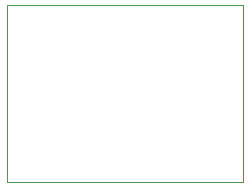
<source format=gbr>
%TF.GenerationSoftware,KiCad,Pcbnew,(6.0.4)*%
%TF.CreationDate,2022-04-04T20:26:55-04:00*%
%TF.ProjectId,PiTopMk3,5069546f-704d-46b3-932e-6b696361645f,rev?*%
%TF.SameCoordinates,Original*%
%TF.FileFunction,Profile,NP*%
%FSLAX46Y46*%
G04 Gerber Fmt 4.6, Leading zero omitted, Abs format (unit mm)*
G04 Created by KiCad (PCBNEW (6.0.4)) date 2022-04-04 20:26:55*
%MOMM*%
%LPD*%
G01*
G04 APERTURE LIST*
%TA.AperFunction,Profile*%
%ADD10C,0.100000*%
%TD*%
G04 APERTURE END LIST*
D10*
X105000000Y-67500000D02*
X105000000Y-67500000D01*
X105000000Y-67500000D02*
X105000000Y-52500000D01*
X105000000Y-52500000D02*
X105000000Y-52500000D01*
X105000000Y-52500000D02*
X105000000Y-67500000D01*
X125000000Y-52500000D02*
X125000000Y-52500000D01*
X125000000Y-52500000D02*
X125000000Y-67500000D01*
X125000000Y-67500000D02*
X125000000Y-67500000D01*
X125000000Y-67500000D02*
X125000000Y-52500000D01*
X105000000Y-67500000D02*
X125000000Y-67500000D01*
X125000000Y-67500000D02*
X125000000Y-67500000D01*
X125000000Y-67500000D02*
X105000000Y-67500000D01*
X105000000Y-67500000D02*
X105000000Y-67500000D01*
X125000000Y-52500000D02*
X105000000Y-52500000D01*
X105000000Y-52500000D02*
X105000000Y-52500000D01*
X105000000Y-52500000D02*
X125000000Y-52500000D01*
X125000000Y-52500000D02*
X125000000Y-52500000D01*
M02*

</source>
